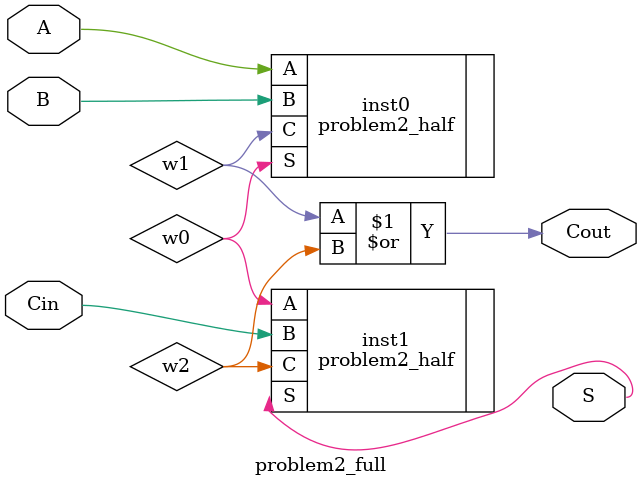
<source format=sv>
module problem2_full(
	input A,B,Cin,
	output S,Cout
);
logic w0,w1,w2;
logic C;
problem2_half inst0(.A(A),.B(B),.S(w0),.C(w1));
problem2_half inst1(.A(w0),.B(Cin),.S(S),.C(w2));
assign Cout=w1|w2;
endmodule


</source>
